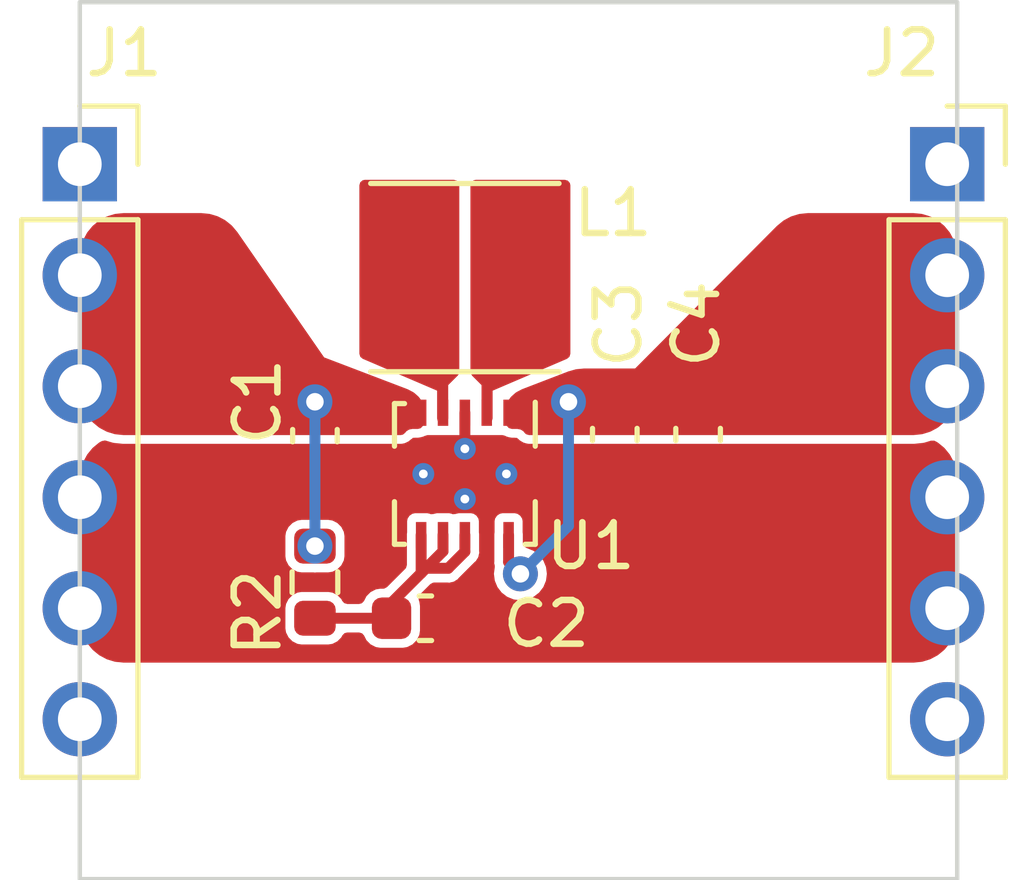
<source format=kicad_pcb>
(kicad_pcb (version 20210722) (generator pcbnew)
  (title_block (title "DC-DC") (date "2021-07-07") (rev "0.2") (company "Alex Carter"))
  (layers (0 "F.Cu" signal) (31 "B.Cu" signal) (34 "B.Paste" user) (35 "F.Paste" user) (36 "B.SilkS" user "B.Silkscreen") (37 "F.SilkS" user "F.Silkscreen") (38 "B.Mask" user) (39 "F.Mask" user) (44 "Edge.Cuts" user))
  (net 0 "")
  (net 1 "GND")
  (net 2 "Net-(C2-Pad1)")
  (net 3 "+3V3")
  (net 4 "Net-(L1-Pad1)")
  (net 5 "Net-(L1-Pad2)")
  (net 6 "VSS")
  (footprint "Capacitor_SMD:C_0603_1608Metric" (layer "F.Cu") (at 101.6435 62.979 -90)
    (fp_text reference "C3" (at -2.527 -0.0835 90) (layer "F.SilkS"))
    (fp_text value "10u")
    (fp_line (start -0.14058 -0.51) (end 0.14058 -0.51) (layer "F.SilkS") (width 0.12))
    (fp_line (start -0.14058 0.51) (end 0.14058 0.51) (layer "F.SilkS") (width 0.12))
    (pad "1" smd roundrect locked (at -0.775 0 270) (size 0.9 0.95) (layers "F.Cu" "F.Paste" "F.Mask") (net 3 "+3V3"))
    (pad "2" smd roundrect locked (at 0.775 0 270) (size 0.9 0.95) (layers "F.Cu" "F.Paste" "F.Mask") (net 1 "GND"))
  )
  (footprint "Capacitor_SMD:C_0603_1608Metric" (layer "F.Cu") (at 94.7855 63.005 -90)
    (fp_text reference "C1" (at -0.775 1.3135 90) (layer "F.SilkS"))
    (fp_text value "10u")
    (fp_line (start -0.14058 0.51) (end 0.14058 0.51) (layer "F.SilkS") (width 0.12))
    (fp_line (start -0.14058 -0.51) (end 0.14058 -0.51) (layer "F.SilkS") (width 0.12))
    (pad "1" smd roundrect locked (at -0.775 0 270) (size 0.9 0.95) (layers "F.Cu" "F.Paste" "F.Mask") (net 6 "VSS"))
    (pad "2" smd roundrect locked (at 0.775 0 270) (size 0.9 0.95) (layers "F.Cu" "F.Paste" "F.Mask") (net 1 "GND"))
  )
  (footprint "Connector_PinSocket_2.54mm:PinSocket_1x06_P2.54mm_Vertical" (layer "F.Cu") (at 109.245 56.794)
    (fp_text reference "J2" (at -1.041 -2.54) (layer "F.SilkS"))
    (fp_text value "Output")
    (fp_line (start 1.33 1.27) (end 1.33 14.03) (layer "F.SilkS") (width 0.12))
    (fp_line (start -1.33 1.27) (end -1.33 14.03) (layer "F.SilkS") (width 0.12))
    (fp_line (start -1.33 14.03) (end 1.33 14.03) (layer "F.SilkS") (width 0.12))
    (fp_line (start -1.33 1.27) (end 1.33 1.27) (layer "F.SilkS") (width 0.12))
    (fp_line (start 0 -1.33) (end 1.33 -1.33) (layer "F.SilkS") (width 0.12))
    (fp_line (start 1.33 -1.33) (end 1.33 0) (layer "F.SilkS") (width 0.12))
    (pad "1" thru_hole rect locked (at 0 0) (size 1.7 1.7) (drill 1) (layers *.Cu *.Mask))
    (pad "2" thru_hole oval locked (at 0 2.54) (size 1.7 1.7) (drill 1) (layers *.Cu *.Mask) (net 3 "+3V3"))
    (pad "3" thru_hole oval locked (at 0 5.08) (size 1.7 1.7) (drill 1) (layers *.Cu *.Mask) (net 3 "+3V3"))
    (pad "4" thru_hole oval locked (at 0 7.62) (size 1.7 1.7) (drill 1) (layers *.Cu *.Mask) (net 1 "GND"))
    (pad "5" thru_hole oval locked (at 0 10.16) (size 1.7 1.7) (drill 1) (layers *.Cu *.Mask) (net 1 "GND"))
    (pad "6" thru_hole oval locked (at 0 12.7) (size 1.7 1.7) (drill 1) (layers *.Cu *.Mask))
  )
  (footprint "Connector_PinSocket_2.54mm:PinSocket_1x06_P2.54mm_Vertical" (layer "F.Cu") (at 89.408 56.794)
    (fp_text reference "J1" (at 1.016 -2.54) (layer "F.SilkS"))
    (fp_text value "Input")
    (fp_line (start 1.33 1.27) (end 1.33 14.03) (layer "F.SilkS") (width 0.12))
    (fp_line (start 1.33 -1.33) (end 1.33 0) (layer "F.SilkS") (width 0.12))
    (fp_line (start -1.33 1.27) (end -1.33 14.03) (layer "F.SilkS") (width 0.12))
    (fp_line (start 0 -1.33) (end 1.33 -1.33) (layer "F.SilkS") (width 0.12))
    (fp_line (start -1.33 14.03) (end 1.33 14.03) (layer "F.SilkS") (width 0.12))
    (fp_line (start -1.33 1.27) (end 1.33 1.27) (layer "F.SilkS") (width 0.12))
    (pad "1" thru_hole rect locked (at 0 0) (size 1.7 1.7) (drill 1) (layers *.Cu *.Mask))
    (pad "2" thru_hole oval locked (at 0 2.54) (size 1.7 1.7) (drill 1) (layers *.Cu *.Mask) (net 6 "VSS"))
    (pad "3" thru_hole oval locked (at 0 5.08) (size 1.7 1.7) (drill 1) (layers *.Cu *.Mask) (net 6 "VSS"))
    (pad "4" thru_hole oval locked (at 0 7.62) (size 1.7 1.7) (drill 1) (layers *.Cu *.Mask) (net 1 "GND"))
    (pad "5" thru_hole oval locked (at 0 10.16) (size 1.7 1.7) (drill 1) (layers *.Cu *.Mask) (net 1 "GND"))
    (pad "6" thru_hole oval locked (at 0 12.7) (size 1.7 1.7) (drill 1) (layers *.Cu *.Mask))
  )
  (footprint "Resistor_SMD:R_0603_1608Metric" (layer "F.Cu") (at 94.7855 66.358 90)
    (fp_text reference "R2" (at -0.698 -1.3135 90) (layer "F.SilkS"))
    (fp_text value "100")
    (fp_line (start -0.237258 -0.5225) (end 0.237258 -0.5225) (layer "F.SilkS") (width 0.12))
    (fp_line (start -0.237258 0.5225) (end 0.237258 0.5225) (layer "F.SilkS") (width 0.12))
    (pad "1" smd roundrect locked (at -0.825 0 90) (size 0.8 0.95) (layers "F.Cu" "F.Paste" "F.Mask") (net 2 "Net-(C2-Pad1)"))
    (pad "2" smd roundrect locked (at 0.825 0 90) (size 0.8 0.95) (layers "F.Cu" "F.Paste" "F.Mask") (net 6 "VSS"))
  )
  (footprint "Package_SON:Texas_DRC0010J_ThermalVias" (layer "F.Cu") (at 98.2145 63.881 -90)
    (fp_text reference "U1" (at 1.651 -2.8775) (layer "F.SilkS"))
    (fp_text value "TPS63001")
    (fp_line (start 1.61 1.38) (end 1.61 1.61) (layer "F.SilkS") (width 0.12))
    (fp_line (start -1.61 1.61) (end -0.635 1.61) (layer "F.SilkS") (width 0.12))
    (fp_line (start 0.635 -1.61) (end 1.61 -1.61) (layer "F.SilkS") (width 0.12))
    (fp_line (start 1.61 -1.61) (end 1.61 -1.38) (layer "F.SilkS") (width 0.12))
    (fp_line (start -1.61 1.38) (end -1.61 1.61) (layer "F.SilkS") (width 0.12))
    (fp_line (start 0.635 1.61) (end 1.61 1.61) (layer "F.SilkS") (width 0.12))
    (fp_line (start -1.64 -1.61) (end -0.635 -1.61) (layer "F.SilkS") (width 0.12))
    (pad "1" smd rect locked (at -1.4 -1 270) (size 0.6 0.24) (layers "F.Cu" "F.Paste" "F.Mask") (net 3 "+3V3"))
    (pad "2" smd rect locked (at -1.4 -0.5 270) (size 0.6 0.24) (layers "F.Cu" "F.Paste" "F.Mask") (net 5 "Net-(L1-Pad2)"))
    (pad "3" smd rect locked (at -1.4 0 270) (size 0.6 0.24) (layers "F.Cu" "F.Paste" "F.Mask") (net 1 "GND"))
    (pad "4" smd rect locked (at -1.4 0.5 270) (size 0.6 0.24) (layers "F.Cu" "F.Paste" "F.Mask") (net 4 "Net-(L1-Pad1)"))
    (pad "5" smd rect locked (at -1.4 1 270) (size 0.6 0.24) (layers "F.Cu" "F.Paste" "F.Mask") (net 6 "VSS"))
    (pad "6" smd rect locked (at 1.4 1 270) (size 0.6 0.24) (layers "F.Cu" "F.Paste" "F.Mask") (net 2 "Net-(C2-Pad1)"))
    (pad "7" smd rect locked (at 1.4 0.5 270) (size 0.6 0.24) (layers "F.Cu" "F.Paste" "F.Mask") (net 2 "Net-(C2-Pad1)"))
    (pad "8" smd rect locked (at 1.4 0 270) (size 0.6 0.24) (layers "F.Cu" "F.Paste" "F.Mask") (net 2 "Net-(C2-Pad1)"))
    (pad "9" smd rect locked (at 1.4 -0.5 270) (size 0.6 0.24) (layers "F.Cu" "F.Paste" "F.Mask") (net 1 "GND"))
    (pad "10" smd rect locked (at 1.4 -1 270) (size 0.6 0.24) (layers "F.Cu" "F.Paste" "F.Mask") (net 3 "+3V3"))
    (pad "11" thru_hole circle locked (at 0 -0.95 270) (size 0.5 0.5) (drill 0.2) (layers *.Cu) (net 1 "GND"))
    (pad "11" thru_hole circle locked (at 0.575 0 270) (size 0.5 0.5) (drill 0.2) (layers *.Cu) (net 1 "GND"))
    (pad "11" thru_hole circle locked (at -0.575 0 270) (size 0.5 0.5) (drill 0.2) (layers *.Cu) (net 1 "GND"))
    (pad "11" smd custom locked (at 0 0 270) (size 1.65 2.4) (layers "F.Cu" "F.Mask") (net 1 "GND") (options (clearance outline) (anchor rect)) (primitives (gr_poly (pts (xy -0.375 -1.1) (xy -0.375 -1.7) (xy -0.125 -1.7) (xy -0.125 -1.1) (xy 0.125 -1.1) (xy 0.125 -1.7) (xy 0.375 -1.7) (xy 0.375 1.7) (xy 0.125 1.7) (xy 0.125 1.1) (xy -0.125 1.1) (xy -0.125 1.7) (xy -0.375 1.7)) (width 0) (fill yes))))
    (pad "11" thru_hole circle locked (at 0 0.95 270) (size 0.5 0.5) (drill 0.2) (layers *.Cu) (net 1 "GND"))
  )
  (footprint "Capacitor_SMD:C_0603_1608Metric" (layer "F.Cu") (at 103.5485 62.979 -90)
    (fp_text reference "C4" (at -2.527 0.0435 90) (layer "F.SilkS"))
    (fp_text value "10u")
    (fp_line (start -0.14058 -0.51) (end 0.14058 -0.51) (layer "F.SilkS") (width 0.12))
    (fp_line (start -0.14058 0.51) (end 0.14058 0.51) (layer "F.SilkS") (width 0.12))
    (pad "1" smd roundrect locked (at -0.775 0 270) (size 0.9 0.95) (layers "F.Cu" "F.Paste" "F.Mask") (net 3 "+3V3"))
    (pad "2" smd roundrect locked (at 0.775 0 270) (size 0.9 0.95) (layers "F.Cu" "F.Paste" "F.Mask") (net 1 "GND"))
  )
  (footprint "Inductor_SMD:L_Coilcraft_XxL4040" (layer "F.Cu") (at 98.2145 59.388)
    (fp_text reference "L1" (at 3.3855 -1.476) (layer "F.SilkS"))
    (fp_text value "2u2")
    (fp_line (start -2.154 -2.154) (end 2.154 -2.154) (layer "F.SilkS") (width 0.12))
    (fp_line (start 2.154 2.154) (end -2.154 2.154) (layer "F.SilkS") (width 0.12))
    (pad "1" smd rect locked (at -1.185 0) (size 0.98 3.4) (layers "F.Cu" "F.Paste" "F.Mask") (net 4 "Net-(L1-Pad1)"))
    (pad "2" smd rect locked (at 1.185 0) (size 0.98 3.4) (layers "F.Cu" "F.Paste" "F.Mask") (net 5 "Net-(L1-Pad2)"))
  )
  (footprint "Capacitor_SMD:C_0603_1608Metric" (layer "F.Cu") (at 97.3125 67.183)
    (fp_text reference "C2" (at 2.7635 0.127) (layer "F.SilkS"))
    (fp_text value "0u1")
    (fp_line (start -0.14058 0.51) (end 0.14058 0.51) (layer "F.SilkS") (width 0.12))
    (fp_line (start -0.14058 -0.51) (end 0.14058 -0.51) (layer "F.SilkS") (width 0.12))
    (pad "1" smd roundrect locked (at -0.775 0) (size 0.9 0.95) (layers "F.Cu" "F.Paste" "F.Mask") (net 2 "Net-(C2-Pad1)"))
    (pad "2" smd roundrect locked (at 0.775 0) (size 0.9 0.95) (layers "F.Cu" "F.Paste" "F.Mask") (net 1 "GND"))
  )
  (gr_rect (start 109.474 73.152) (end 89.408 53.086) (layer "Edge.Cuts") (width 0.1) (fill none))
  (segment (start 98.2145 62.481) (end 98.2145 63.306) (width 0.25) (layer "F.Cu") (net 1))
  (segment (start 97.7145 65.281) (end 97.7145 65.651) (width 0.25) (layer "F.Cu") (net 2))
  (segment (start 97.7145 65.651) (end 97.3255 66.04) (width 0.25) (layer "F.Cu") (net 2))
  (segment (start 97.8335 66.04) (end 97.3255 66.04) (width 0.25) (layer "F.Cu") (net 2))
  (segment (start 97.2145 66.151) (end 97.2145 65.281) (width 0.25) (layer "F.Cu") (net 2))
  (segment (start 96.5375 66.828) (end 97.2145 66.151) (width 0.25) (layer "F.Cu") (net 2))
  (segment (start 94.7855 67.183) (end 96.5375 67.183) (width 0.25) (layer "F.Cu") (net 2))
  (segment (start 98.2145 65.281) (end 98.2145 65.659) (width 0.25) (layer "F.Cu") (net 2))
  (segment (start 96.5375 67.183) (end 96.5375 66.828) (width 0.25) (layer "F.Cu") (net 2))
  (segment (start 97.3255 66.04) (end 97.2145 66.151) (width 0.25) (layer "F.Cu") (net 2))
  (segment (start 98.2145 65.659) (end 97.8335 66.04) (width 0.25) (layer "F.Cu") (net 2))
  (segment (start 99.2145 65.897) (end 99.4845 66.167) (width 0.25) (layer "F.Cu") (net 3))
  (segment (start 99.2145 65.281) (end 99.2145 65.897) (width 0.25) (layer "F.Cu") (net 3))
  (via (at 99.4845 66.167) (size 0.8) (drill 0.4) (layers "F.Cu" "B.Cu") (net 3))
  (via (at 100.584 62.23) (size 0.8) (drill 0.4) (layers "F.Cu" "B.Cu") (net 3))
  (segment (start 100.584 65.0675) (end 100.584 62.23) (width 0.25) (layer "B.Cu") (net 3))
  (segment (start 99.4845 66.167) (end 100.584 65.0675) (width 0.25) (layer "B.Cu") (net 3))
  (segment (start 94.7855 65.533) (end 94.7855 65.532) (width 0.25) (layer "F.Cu") (net 6))
  (via (at 94.7855 65.532) (size 0.8) (drill 0.4) (layers "F.Cu" "B.Cu") (net 6))
  (via (at 94.7855 62.23) (size 0.8) (drill 0.4) (layers "F.Cu" "B.Cu") (net 6))
  (segment (start 94.7855 65.532) (end 94.7855 62.23) (width 0.25) (layer "B.Cu") (net 6))
  (zone (net 6) (net_name "VSS") (layer "F.Cu") (priority 16) (connect_pads yes (clearance 0)) (min_thickness 0.254) (fill yes (thermal_gap 0.508) (thermal_bridge_width 0.508) (smoothing fillet) (radius 1) (island_removal_mode 1) (island_area_min 0))
    (polygon (pts (xy 97.3255 62.103) (xy 97.3255 62.992) (xy 88.392 62.992) (xy 88.392 57.912) (xy 92.71 57.912) (xy 94.996 61.214)))
  )
  (zone (net 1) (net_name "GND") (layer "F.Cu") (priority 14) (connect_pads yes (clearance 0)) (min_thickness 0.254) (fill yes (thermal_gap 0.508) (thermal_bridge_width 0.508) (smoothing fillet) (radius 1) (island_removal_mode 1) (island_area_min 0))
    (polygon (pts (xy 110.236 68.199) (xy 88.392 68.199) (xy 88.392 62.992) (xy 110.236 62.992)))
  )
  (zone (net 3) (net_name "+3V3") (layer "F.Cu") (priority 16) (connect_pads yes (clearance 0)) (min_thickness 0.254) (fill yes (thermal_gap 0.508) (thermal_bridge_width 0.508) (smoothing fillet) (radius 1) (island_removal_mode 1) (island_area_min 0))
    (polygon (pts (xy 99.1035 62.103) (xy 99.1035 62.992) (xy 110.236 62.992) (xy 110.236 57.912) (xy 105.643125 57.912) (xy 102.108 61.468) (xy 100.7545 61.468)))
  )
  (zone (net 4) (net_name "Net-(L1-Pad1)") (layer "F.Cu") (priority 16) (connect_pads yes (clearance 0)) (min_thickness 0.254) (fill yes (thermal_gap 0.508) (thermal_bridge_width 0.508) (island_removal_mode 1) (island_area_min 0))
    (polygon (pts (xy 98.0875 61.595) (xy 97.8335 61.849) (xy 97.8335 62.738) (xy 97.5795 62.738) (xy 97.5795 61.976) (xy 95.8015 61.214) (xy 95.8015 57.15) (xy 98.0875 57.15)))
  )
  (zone (net 5) (net_name "Net-(L1-Pad2)") (layer "F.Cu") (priority 16) (connect_pads yes (clearance 0)) (min_thickness 0.254) (fill yes (thermal_gap 0.508) (thermal_bridge_width 0.508) (island_removal_mode 1) (island_area_min 0))
    (polygon (pts (xy 98.3415 61.595) (xy 98.5955 61.849) (xy 98.5955 62.738) (xy 98.8495 62.738) (xy 98.8495 61.976) (xy 100.6275 61.214) (xy 100.6275 57.15) (xy 98.3415 57.15)))
  )
)
</source>
